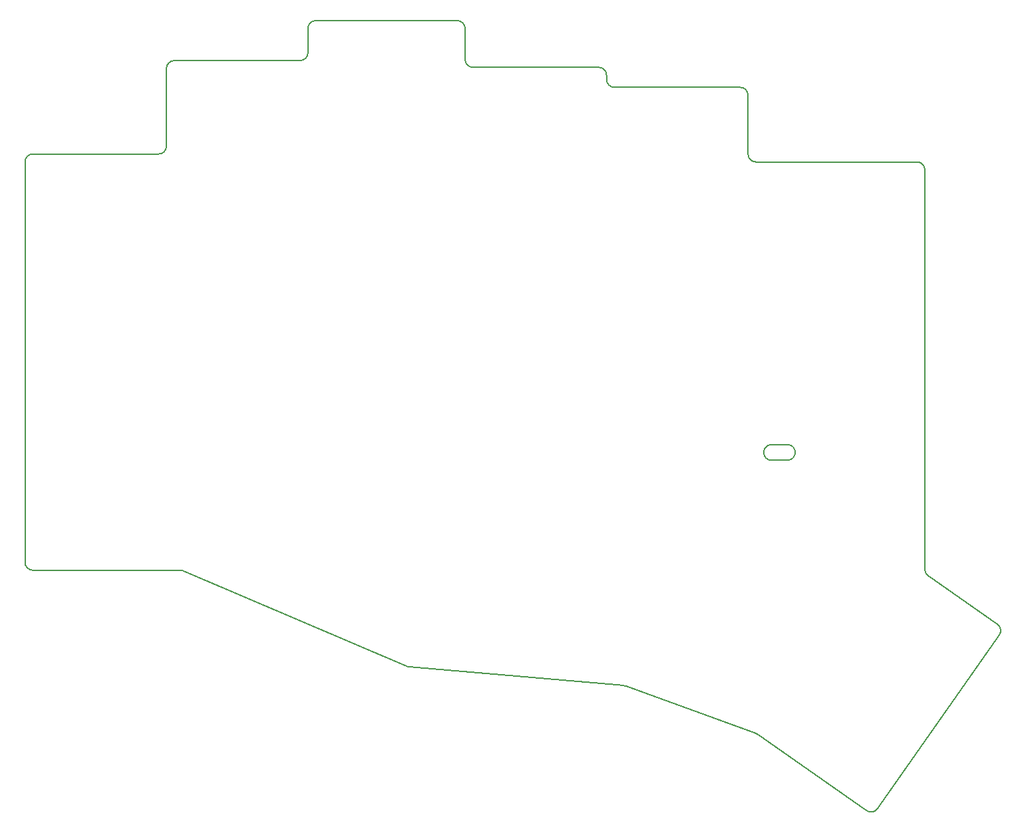
<source format=gbr>
%TF.GenerationSoftware,KiCad,Pcbnew,(6.0.7-1)-1*%
%TF.CreationDate,2022-09-04T19:21:53+10:00*%
%TF.ProjectId,Dusk 36,4475736b-2033-4362-9e6b-696361645f70,v1.0.0*%
%TF.SameCoordinates,Original*%
%TF.FileFunction,Profile,NP*%
%FSLAX46Y46*%
G04 Gerber Fmt 4.6, Leading zero omitted, Abs format (unit mm)*
G04 Created by KiCad (PCBNEW (6.0.7-1)-1) date 2022-09-04 19:21:53*
%MOMM*%
%LPD*%
G01*
G04 APERTURE LIST*
%TA.AperFunction,Profile*%
%ADD10C,0.150000*%
%TD*%
G04 APERTURE END LIST*
D10*
X185061538Y-50041164D02*
G75*
G03*
X186061446Y-51041162I1000062J64D01*
G01*
X149249977Y-115171886D02*
G75*
G03*
X148856363Y-115091172I-393677J-919714D01*
G01*
X252792994Y-121956058D02*
X243987860Y-115790641D01*
X165061441Y-46091171D02*
X165061438Y-49191171D01*
X177948024Y-127405202D02*
X205279373Y-129796390D01*
X177641562Y-127328294D02*
X149249973Y-115171896D01*
X166061445Y-45091141D02*
G75*
G03*
X165061441Y-46091171I-45J-999959D01*
G01*
X164061445Y-50191175D02*
X148061444Y-50191174D01*
X243561433Y-64091166D02*
G75*
G03*
X242561442Y-63091167I-1000033J-34D01*
G01*
X148061444Y-50191143D02*
G75*
G03*
X147061443Y-51191167I56J-1000057D01*
G01*
X177641563Y-127328292D02*
G75*
G03*
X177948024Y-127405202I393537J919092D01*
G01*
X146061439Y-62091145D02*
G75*
G03*
X147061445Y-61091176I61J999945D01*
G01*
X203061530Y-52041172D02*
G75*
G03*
X202061444Y-51041170I-1000130J-128D01*
G01*
X224061433Y-99091174D02*
X226061436Y-99091173D01*
X236159305Y-145711441D02*
G75*
G03*
X237552018Y-145465885I573595J819041D01*
G01*
X242561442Y-63091167D02*
X222061445Y-63091171D01*
X221061527Y-54591171D02*
G75*
G03*
X220061438Y-53591173I-1000127J-129D01*
G01*
X146061439Y-62091175D02*
X130061444Y-62091175D01*
X185061533Y-46091167D02*
G75*
G03*
X184061449Y-45091167I-999933J67D01*
G01*
X226061445Y-101091227D02*
G75*
G03*
X226061436Y-99091173I-45J1000027D01*
G01*
X129061444Y-114091170D02*
X129061451Y-63091179D01*
X203061442Y-52591173D02*
X203061443Y-52041172D01*
X205534232Y-129852882D02*
G75*
G03*
X205279368Y-129796381I-342132J-940218D01*
G01*
X202061444Y-51041170D02*
X186061446Y-51041162D01*
X185061450Y-50041164D02*
X185061447Y-46091167D01*
X205534231Y-129852884D02*
X222021737Y-135853849D01*
X222253283Y-135974398D02*
X236159292Y-145711459D01*
X184061449Y-45091167D02*
X166061445Y-45091165D01*
X130061444Y-62091151D02*
G75*
G03*
X129061451Y-63091179I-44J-999949D01*
G01*
X222253289Y-135974389D02*
G75*
G03*
X222021740Y-135853854I-573389J-818811D01*
G01*
X221061429Y-62091184D02*
G75*
G03*
X222061445Y-63091171I1000171J184D01*
G01*
X243561441Y-114971503D02*
X243561435Y-64091166D01*
X147061443Y-51191167D02*
X147061445Y-61091176D01*
X237552016Y-145465893D02*
X253038579Y-123348797D01*
X220061438Y-53591173D02*
X204061443Y-53591175D01*
X130061444Y-115091164D02*
X148856363Y-115091172D01*
X164061445Y-50191138D02*
G75*
G03*
X165061438Y-49191171I55J999938D01*
G01*
X203061425Y-52591173D02*
G75*
G03*
X204061443Y-53591175I999875J-127D01*
G01*
X224061433Y-99091234D02*
G75*
G03*
X224061431Y-101091166I-33J-999966D01*
G01*
X243561433Y-114971503D02*
G75*
G03*
X243987860Y-115790641I1000167J103D01*
G01*
X221061433Y-62091184D02*
X221061435Y-54591171D01*
X253038593Y-123348807D02*
G75*
G03*
X252792994Y-121956058I-818993J573607D01*
G01*
X224061431Y-101091166D02*
X226061445Y-101091162D01*
X129061536Y-114091170D02*
G75*
G03*
X130061444Y-115091164I999964J-30D01*
G01*
M02*

</source>
